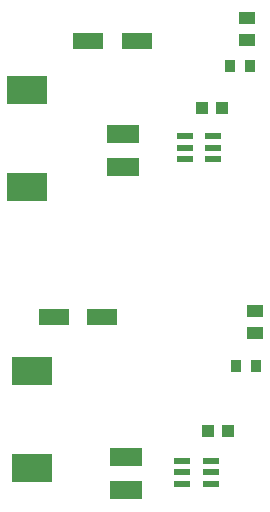
<source format=gbr>
G04 EAGLE Gerber RS-274X export*
G75*
%MOMM*%
%FSLAX34Y34*%
%LPD*%
%INSolderpaste Top*%
%IPPOS*%
%AMOC8*
5,1,8,0,0,1.08239X$1,22.5*%
G01*
%ADD10R,1.100000X1.000000*%
%ADD11R,2.700000X1.600000*%
%ADD12R,2.600000X1.400000*%
%ADD13R,3.400000X2.400000*%
%ADD14R,0.870000X0.980000*%
%ADD15R,1.400000X1.020000*%
%ADD16R,1.320800X0.558800*%


D10*
X275700Y121600D03*
X258700Y121600D03*
X270500Y395400D03*
X253500Y395400D03*
D11*
X188800Y99300D03*
X188800Y71300D03*
X186100Y373100D03*
X186100Y345100D03*
D12*
X169000Y218000D03*
X128000Y218000D03*
X198200Y452000D03*
X157200Y452000D03*
D13*
X109500Y90000D03*
X109500Y172000D03*
X104800Y328000D03*
X104800Y410000D03*
D14*
X282450Y176600D03*
X298750Y176600D03*
X277450Y430400D03*
X293750Y430400D03*
D15*
X298600Y204200D03*
X298600Y223000D03*
X291500Y452300D03*
X291500Y471100D03*
D16*
X236508Y96100D03*
X236508Y86600D03*
X236508Y77100D03*
X260892Y77100D03*
X260892Y86600D03*
X260892Y96100D03*
X238608Y371000D03*
X238608Y361500D03*
X238608Y352000D03*
X262992Y352000D03*
X262992Y361500D03*
X262992Y371000D03*
M02*

</source>
